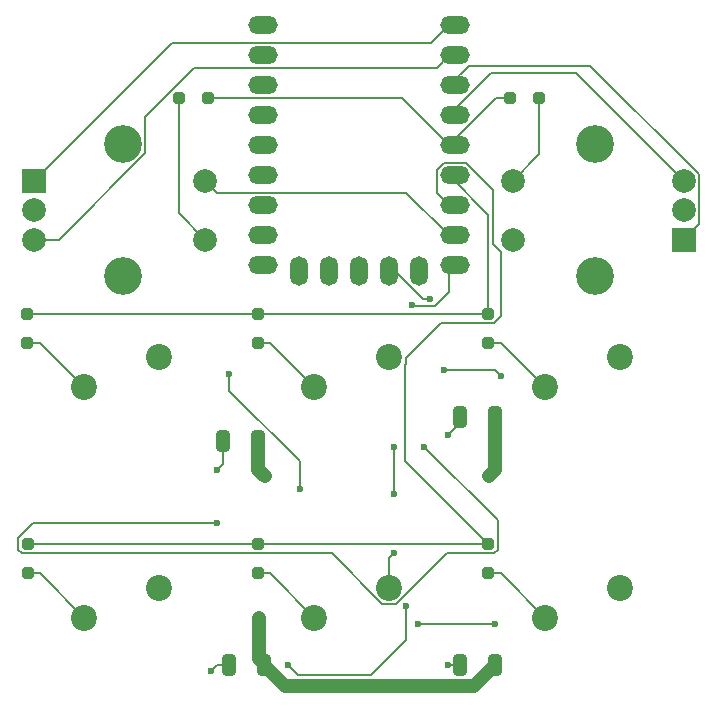
<source format=gbr>
%TF.GenerationSoftware,KiCad,Pcbnew,8.0.5*%
%TF.CreationDate,2025-01-14T19:01:26+01:00*%
%TF.ProjectId,rp_2040_pad_pre,72705f32-3034-4305-9f70-61645f707265,rev?*%
%TF.SameCoordinates,Original*%
%TF.FileFunction,Copper,L1,Top*%
%TF.FilePolarity,Positive*%
%FSLAX46Y46*%
G04 Gerber Fmt 4.6, Leading zero omitted, Abs format (unit mm)*
G04 Created by KiCad (PCBNEW 8.0.5) date 2025-01-14 19:01:26*
%MOMM*%
%LPD*%
G01*
G04 APERTURE LIST*
G04 Aperture macros list*
%AMRoundRect*
0 Rectangle with rounded corners*
0 $1 Rounding radius*
0 $2 $3 $4 $5 $6 $7 $8 $9 X,Y pos of 4 corners*
0 Add a 4 corners polygon primitive as box body*
4,1,4,$2,$3,$4,$5,$6,$7,$8,$9,$2,$3,0*
0 Add four circle primitives for the rounded corners*
1,1,$1+$1,$2,$3*
1,1,$1+$1,$4,$5*
1,1,$1+$1,$6,$7*
1,1,$1+$1,$8,$9*
0 Add four rect primitives between the rounded corners*
20,1,$1+$1,$2,$3,$4,$5,0*
20,1,$1+$1,$4,$5,$6,$7,0*
20,1,$1+$1,$6,$7,$8,$9,0*
20,1,$1+$1,$8,$9,$2,$3,0*%
G04 Aperture macros list end*
%TA.AperFunction,ComponentPad*%
%ADD10C,2.000000*%
%TD*%
%TA.AperFunction,ComponentPad*%
%ADD11C,3.200000*%
%TD*%
%TA.AperFunction,ComponentPad*%
%ADD12R,2.000000X2.000000*%
%TD*%
%TA.AperFunction,ComponentPad*%
%ADD13C,2.200000*%
%TD*%
%TA.AperFunction,SMDPad,CuDef*%
%ADD14RoundRect,0.250000X-0.250000X-0.250000X0.250000X-0.250000X0.250000X0.250000X-0.250000X0.250000X0*%
%TD*%
%TA.AperFunction,SMDPad,CuDef*%
%ADD15RoundRect,0.250000X-0.250000X0.250000X-0.250000X-0.250000X0.250000X-0.250000X0.250000X0.250000X0*%
%TD*%
%TA.AperFunction,SMDPad,CuDef*%
%ADD16RoundRect,0.250000X0.250000X0.250000X-0.250000X0.250000X-0.250000X-0.250000X0.250000X-0.250000X0*%
%TD*%
%TA.AperFunction,SMDPad,CuDef*%
%ADD17RoundRect,0.250000X0.325000X0.650000X-0.325000X0.650000X-0.325000X-0.650000X0.325000X-0.650000X0*%
%TD*%
%TA.AperFunction,ComponentPad*%
%ADD18O,2.500000X1.500000*%
%TD*%
%TA.AperFunction,ComponentPad*%
%ADD19O,1.500000X2.500000*%
%TD*%
%TA.AperFunction,ViaPad*%
%ADD20C,0.600000*%
%TD*%
%TA.AperFunction,Conductor*%
%ADD21C,0.200000*%
%TD*%
%TA.AperFunction,Conductor*%
%ADD22C,1.200000*%
%TD*%
G04 APERTURE END LIST*
D10*
%TO.P,SW8,S2,S2*%
%TO.N,COL_C*%
X162975000Y-84975000D03*
%TO.P,SW8,S1,S1*%
%TO.N,Net-(D12-A)*%
X162975000Y-79975000D03*
D11*
%TO.P,SW8,MP*%
%TO.N,N/C*%
X169975000Y-76875000D03*
X169975000Y-88075000D03*
D10*
%TO.P,SW8,C,C*%
%TO.N,GND*%
X177475000Y-82475000D03*
%TO.P,SW8,B,B*%
%TO.N,ENC_SB2*%
X177475000Y-79975000D03*
D12*
%TO.P,SW8,A,A*%
%TO.N,ENC_SA2*%
X177475000Y-84975000D03*
%TD*%
D13*
%TO.P,SW7,2,2*%
%TO.N,Net-(D10-A)*%
X165690000Y-116960000D03*
%TO.P,SW7,1,1*%
%TO.N,COL_C*%
X172040000Y-114420000D03*
%TD*%
%TO.P,SW6,2,2*%
%TO.N,Net-(D9-A)*%
X165690000Y-97460000D03*
%TO.P,SW6,1,1*%
%TO.N,COL_C*%
X172040000Y-94920000D03*
%TD*%
%TO.P,SW5,2,2*%
%TO.N,Net-(D6-A)*%
X146190000Y-116960000D03*
%TO.P,SW5,1,1*%
%TO.N,COL_B*%
X152540000Y-114420000D03*
%TD*%
%TO.P,SW4,2,2*%
%TO.N,Net-(D5-A)*%
X146190000Y-97460000D03*
%TO.P,SW4,1,1*%
%TO.N,COL_B*%
X152540000Y-94920000D03*
%TD*%
D10*
%TO.P,SW3,S2,S2*%
%TO.N,COL_A*%
X136975000Y-79975000D03*
%TO.P,SW3,S1,S1*%
%TO.N,Net-(D7-A)*%
X136975000Y-84975000D03*
D11*
%TO.P,SW3,MP*%
%TO.N,N/C*%
X129975000Y-88075000D03*
X129975000Y-76875000D03*
D10*
%TO.P,SW3,C,C*%
%TO.N,GND*%
X122475000Y-82475000D03*
%TO.P,SW3,B,B*%
%TO.N,ENC_SB*%
X122475000Y-84975000D03*
D12*
%TO.P,SW3,A,A*%
%TO.N,ENC_SA*%
X122475000Y-79975000D03*
%TD*%
D13*
%TO.P,SW2,2,2*%
%TO.N,Net-(D4-A)*%
X126690000Y-116960000D03*
%TO.P,SW2,1,1*%
%TO.N,COL_A*%
X133040000Y-114420000D03*
%TD*%
%TO.P,SW1,2,2*%
%TO.N,Net-(D3-A)*%
X126690000Y-97460000D03*
%TO.P,SW1,1,1*%
%TO.N,COL_A*%
X133040000Y-94920000D03*
%TD*%
D14*
%TO.P,D12,2,A*%
%TO.N,Net-(D12-A)*%
X165225000Y-72975000D03*
%TO.P,D12,1,K*%
%TO.N,ROW_A*%
X162725000Y-72975000D03*
%TD*%
D15*
%TO.P,D10,2,A*%
%TO.N,Net-(D10-A)*%
X160925000Y-113225000D03*
%TO.P,D10,1,K*%
%TO.N,ROW_C*%
X160925000Y-110725000D03*
%TD*%
%TO.P,D9,2,A*%
%TO.N,Net-(D9-A)*%
X160925000Y-93725000D03*
%TO.P,D9,1,K*%
%TO.N,ROW_B*%
X160925000Y-91225000D03*
%TD*%
D16*
%TO.P,D7,2,A*%
%TO.N,Net-(D7-A)*%
X134725000Y-72975000D03*
%TO.P,D7,1,K*%
%TO.N,ROW_A*%
X137225000Y-72975000D03*
%TD*%
D15*
%TO.P,D6,2,A*%
%TO.N,Net-(D6-A)*%
X141425000Y-113225000D03*
%TO.P,D6,1,K*%
%TO.N,ROW_C*%
X141425000Y-110725000D03*
%TD*%
%TO.P,D5,2,A*%
%TO.N,Net-(D5-A)*%
X141425000Y-93725000D03*
%TO.P,D5,1,K*%
%TO.N,ROW_B*%
X141425000Y-91225000D03*
%TD*%
%TO.P,D4,2,A*%
%TO.N,Net-(D4-A)*%
X121925000Y-113225000D03*
%TO.P,D4,1,K*%
%TO.N,ROW_C*%
X121925000Y-110725000D03*
%TD*%
%TO.P,D3,2,A*%
%TO.N,Net-(D3-A)*%
X121825000Y-93735000D03*
%TO.P,D3,1,K*%
%TO.N,ROW_B*%
X121825000Y-91235000D03*
%TD*%
D17*
%TO.P,C20,1*%
%TO.N,VBUS*%
X141925000Y-120975000D03*
%TO.P,C20,2*%
%TO.N,GND*%
X138975000Y-120975000D03*
%TD*%
%TO.P,C17,1*%
%TO.N,VBUS*%
X161450000Y-120975000D03*
%TO.P,C17,2*%
%TO.N,GND*%
X158500000Y-120975000D03*
%TD*%
%TO.P,C13,1*%
%TO.N,VBUS*%
X161450000Y-99975000D03*
%TO.P,C13,2*%
%TO.N,GND*%
X158500000Y-99975000D03*
%TD*%
%TO.P,C3,1*%
%TO.N,VBUS*%
X141450000Y-101975000D03*
%TO.P,C3,2*%
%TO.N,GND*%
X138500000Y-101975000D03*
%TD*%
D18*
%TO.P,U1,23,5V*%
%TO.N,VBUS*%
X141855000Y-66815000D03*
%TO.P,U1,22,GND*%
%TO.N,GND*%
X141855000Y-69355000D03*
%TO.P,U1,21,3V3*%
%TO.N,unconnected-(U1-3V3-Pad21)*%
X141855000Y-71895000D03*
%TO.P,U1,20,29*%
%TO.N,unconnected-(U1-29-Pad20)*%
X141855000Y-74435000D03*
%TO.P,U1,19,28*%
%TO.N,unconnected-(U1-28-Pad19)*%
X141855000Y-76975000D03*
%TO.P,U1,18,27*%
%TO.N,unconnected-(U1-27-Pad18)*%
X141855000Y-79515000D03*
%TO.P,U1,17,26*%
%TO.N,unconnected-(U1-26-Pad17)*%
X141855000Y-82055000D03*
%TO.P,U1,16,15*%
%TO.N,unconnected-(U1-15-Pad16)*%
X141855000Y-84595000D03*
%TO.P,U1,15,14*%
%TO.N,unconnected-(U1-14-Pad15)*%
X141855000Y-87135000D03*
D19*
%TO.P,U1,14,13*%
%TO.N,unconnected-(U1-13-Pad14)*%
X144895000Y-87635000D03*
%TO.P,U1,13,12*%
%TO.N,unconnected-(U1-12-Pad13)*%
X147435000Y-87635000D03*
%TO.P,U1,12,11*%
%TO.N,unconnected-(U1-11-Pad12)*%
X149975000Y-87635000D03*
%TO.P,U1,11,10*%
%TO.N,LED*%
X152515000Y-87635000D03*
%TO.P,U1,10,9*%
%TO.N,COL_C*%
X155055000Y-87635000D03*
D18*
%TO.P,U1,9,8*%
%TO.N,COL_B*%
X158095000Y-87135000D03*
%TO.P,U1,8,7*%
%TO.N,COL_A*%
X158095000Y-84595000D03*
%TO.P,U1,7,6*%
%TO.N,ROW_C*%
X158095000Y-82055000D03*
%TO.P,U1,6,5*%
%TO.N,ROW_B*%
X158095000Y-79515000D03*
%TO.P,U1,5,4*%
%TO.N,ROW_A*%
X158095000Y-76975000D03*
%TO.P,U1,4,3*%
%TO.N,ENC_SB2*%
X158095000Y-74435000D03*
%TO.P,U1,3,2*%
%TO.N,ENC_SA2*%
X158095000Y-71895000D03*
%TO.P,U1,2,1*%
%TO.N,ENC_SB*%
X158095000Y-69355000D03*
%TO.P,U1,1,0*%
%TO.N,ENC_SA*%
X158095000Y-66815000D03*
%TD*%
D20*
%TO.N,GND*%
X157475000Y-120975000D03*
X157475000Y-101475000D03*
X137475000Y-121475000D03*
X137975000Y-104475000D03*
%TO.N,COL_B*%
X154475000Y-90475000D03*
X152975000Y-102475000D03*
X152975000Y-106475000D03*
X152975000Y-111475000D03*
%TO.N,LEDS*%
X138975000Y-96325000D03*
X144975000Y-106075000D03*
X154975000Y-117475000D03*
X161475000Y-117475000D03*
%TO.N,VBUS*%
X160975000Y-121475000D03*
X159975000Y-122475000D03*
X160475000Y-121975000D03*
X161475000Y-120975000D03*
X141475000Y-120475000D03*
X141475000Y-119475000D03*
X141475000Y-118475000D03*
X141475000Y-116975000D03*
%TO.N,Net-(D2-DOUT)*%
X157140000Y-95975000D03*
X161975000Y-96475000D03*
%TO.N,VBUS*%
X160975000Y-104975000D03*
X161475000Y-103975000D03*
X161475000Y-102475000D03*
X161475000Y-101475000D03*
X161475000Y-99975000D03*
X141450000Y-102975000D03*
X141450000Y-103975000D03*
X141975000Y-104975000D03*
%TO.N,Net-(D2-DOUT)*%
X137975000Y-108975000D03*
X155475000Y-102475000D03*
%TO.N,Net-(D11-DIN)*%
X143975000Y-120975000D03*
X153975000Y-115975000D03*
%TO.N,LED*%
X155975000Y-89975000D03*
%TD*%
D21*
%TO.N,GND*%
X158500000Y-120975000D02*
X157475000Y-120975000D01*
X158500000Y-100450000D02*
X157475000Y-101475000D01*
X158500000Y-99975000D02*
X158500000Y-100450000D01*
X137975000Y-120975000D02*
X137475000Y-121475000D01*
X138975000Y-120975000D02*
X137975000Y-120975000D01*
X138500000Y-103950000D02*
X137975000Y-104475000D01*
X138500000Y-101975000D02*
X138500000Y-103950000D01*
%TO.N,Net-(D2-DOUT)*%
X121125000Y-110240256D02*
X122390256Y-108975000D01*
X121440256Y-111525000D02*
X121125000Y-111209744D01*
X151960101Y-115820000D02*
X147665101Y-111525000D01*
X153119899Y-115820000D02*
X151960101Y-115820000D01*
X161409744Y-111525000D02*
X157414899Y-111525000D01*
X161725000Y-111209744D02*
X161409744Y-111525000D01*
X157414899Y-111525000D02*
X153119899Y-115820000D01*
X147665101Y-111525000D02*
X121440256Y-111525000D01*
X161725000Y-108725000D02*
X161725000Y-111209744D01*
X155475000Y-102475000D02*
X161725000Y-108725000D01*
X121125000Y-111209744D02*
X121125000Y-110240256D01*
X122390256Y-108975000D02*
X137975000Y-108975000D01*
%TO.N,COL_B*%
X156375000Y-90575000D02*
X157595000Y-89355000D01*
X154475000Y-90475000D02*
X154575000Y-90575000D01*
X154575000Y-90575000D02*
X156375000Y-90575000D01*
X157595000Y-89355000D02*
X157595000Y-87135000D01*
X152975000Y-106475000D02*
X152975000Y-102475000D01*
X152540000Y-111910000D02*
X152975000Y-111475000D01*
X152540000Y-114420000D02*
X152540000Y-111910000D01*
%TO.N,ENC_SA*%
X134145000Y-68305000D02*
X122475000Y-79975000D01*
%TO.N,ENC_SB*%
X124562006Y-84975000D02*
X122475000Y-84975000D01*
X131875000Y-74540256D02*
X131875000Y-77662006D01*
X131875000Y-77662006D02*
X124562006Y-84975000D01*
X136010256Y-70405000D02*
X131875000Y-74540256D01*
X156545000Y-70405000D02*
X136010256Y-70405000D01*
%TO.N,LEDS*%
X144975000Y-103740256D02*
X144975000Y-106075000D01*
X138975000Y-96325000D02*
X138975000Y-97740256D01*
X138975000Y-97740256D02*
X144975000Y-103740256D01*
X154975000Y-117475000D02*
X161475000Y-117475000D01*
D22*
%TO.N,VBUS*%
X159675000Y-122750000D02*
X161450000Y-120975000D01*
X143700000Y-122750000D02*
X159675000Y-122750000D01*
X141925000Y-120975000D02*
X143700000Y-122750000D01*
X141475000Y-119475000D02*
X141475000Y-118475000D01*
X141475000Y-118475000D02*
X141475000Y-116975000D01*
X141475000Y-120475000D02*
X141475000Y-119475000D01*
X141925000Y-120925000D02*
X141475000Y-120475000D01*
X141925000Y-120975000D02*
X141925000Y-120925000D01*
D21*
%TO.N,Net-(D2-DOUT)*%
X161475000Y-95975000D02*
X157140000Y-95975000D01*
X161975000Y-96475000D02*
X161475000Y-95975000D01*
%TO.N,ROW_C*%
X156545000Y-81005000D02*
X157595000Y-82055000D01*
X156545000Y-79080076D02*
X156545000Y-81005000D01*
X157160076Y-78465000D02*
X156545000Y-79080076D01*
X159029924Y-78465000D02*
X157160076Y-78465000D01*
X161325000Y-80760076D02*
X159029924Y-78465000D01*
X161325000Y-85325000D02*
X161325000Y-80760076D01*
X161409744Y-92025000D02*
X161975000Y-91459744D01*
X153940000Y-95010000D02*
X156925000Y-92025000D01*
X153940000Y-95499899D02*
X153940000Y-95010000D01*
X153880000Y-95559899D02*
X153940000Y-95499899D01*
X161975000Y-91459744D02*
X161975000Y-85975000D01*
X161975000Y-85975000D02*
X161325000Y-85325000D01*
X153880000Y-103680000D02*
X153880000Y-95559899D01*
X160925000Y-110725000D02*
X153880000Y-103680000D01*
X156925000Y-92025000D02*
X161409744Y-92025000D01*
D22*
%TO.N,VBUS*%
X161450000Y-104500000D02*
X160975000Y-104975000D01*
X161450000Y-99975000D02*
X161450000Y-104500000D01*
X141450000Y-104450000D02*
X141975000Y-104975000D01*
X141450000Y-101975000D02*
X141450000Y-104450000D01*
D21*
%TO.N,Net-(D11-DIN)*%
X144850000Y-121850000D02*
X143975000Y-120975000D01*
X153975000Y-115975000D02*
X153975000Y-118848402D01*
X150973402Y-121850000D02*
X144850000Y-121850000D01*
X153975000Y-118848402D02*
X150973402Y-121850000D01*
%TO.N,LED*%
X155975000Y-89975000D02*
X155355000Y-89975000D01*
X155355000Y-89975000D02*
X152515000Y-87135000D01*
%TO.N,ENC_SA2*%
X178775000Y-79436522D02*
X169555940Y-70217462D01*
X178775000Y-83675000D02*
X178775000Y-79436522D01*
X169555940Y-70217462D02*
X159272538Y-70217462D01*
X177475000Y-84975000D02*
X178775000Y-83675000D01*
X159272538Y-70217462D02*
X157595000Y-71895000D01*
%TO.N,ENC_SB2*%
X161185000Y-70845000D02*
X157595000Y-74435000D01*
X168345000Y-70845000D02*
X161185000Y-70845000D01*
X177475000Y-79975000D02*
X168345000Y-70845000D01*
%TO.N,ENC_SB*%
X157595000Y-69355000D02*
X156545000Y-70405000D01*
%TO.N,ENC_SA*%
X156105000Y-68305000D02*
X157595000Y-66815000D01*
X134145000Y-68305000D02*
X156105000Y-68305000D01*
%TO.N,ROW_C*%
X121925000Y-110725000D02*
X160925000Y-110725000D01*
%TO.N,ROW_B*%
X160925000Y-82845000D02*
X157595000Y-79515000D01*
X160925000Y-91225000D02*
X160925000Y-82845000D01*
X160915000Y-91235000D02*
X160925000Y-91225000D01*
X121825000Y-91235000D02*
X160915000Y-91235000D01*
%TO.N,ROW_A*%
X161595000Y-72975000D02*
X157595000Y-76975000D01*
X162725000Y-72975000D02*
X161595000Y-72975000D01*
X153595000Y-72975000D02*
X157595000Y-76975000D01*
X137225000Y-72975000D02*
X153595000Y-72975000D01*
%TO.N,Net-(D7-A)*%
X134725000Y-82725000D02*
X134725000Y-72975000D01*
X136975000Y-84975000D02*
X134725000Y-82725000D01*
%TO.N,Net-(D12-A)*%
X165225000Y-77725000D02*
X165225000Y-72975000D01*
X162975000Y-79975000D02*
X165225000Y-77725000D01*
%TO.N,Net-(D4-A)*%
X122955000Y-113225000D02*
X121925000Y-113225000D01*
X126690000Y-116960000D02*
X122955000Y-113225000D01*
%TO.N,Net-(D6-A)*%
X142455000Y-113225000D02*
X141425000Y-113225000D01*
X146190000Y-116960000D02*
X142455000Y-113225000D01*
%TO.N,Net-(D10-A)*%
X161955000Y-113225000D02*
X160925000Y-113225000D01*
X165690000Y-116960000D02*
X161955000Y-113225000D01*
%TO.N,Net-(D9-A)*%
X161955000Y-93725000D02*
X160925000Y-93725000D01*
X165690000Y-97460000D02*
X161955000Y-93725000D01*
%TO.N,Net-(D5-A)*%
X142455000Y-93725000D02*
X141425000Y-93725000D01*
X146190000Y-97460000D02*
X142455000Y-93725000D01*
%TO.N,Net-(D3-A)*%
X122965000Y-93735000D02*
X126690000Y-97460000D01*
X121825000Y-93735000D02*
X122965000Y-93735000D01*
%TO.N,COL_A*%
X153975000Y-80975000D02*
X157595000Y-84595000D01*
X136975000Y-79975000D02*
X137975000Y-80975000D01*
X137975000Y-80975000D02*
X153975000Y-80975000D01*
%TD*%
M02*

</source>
